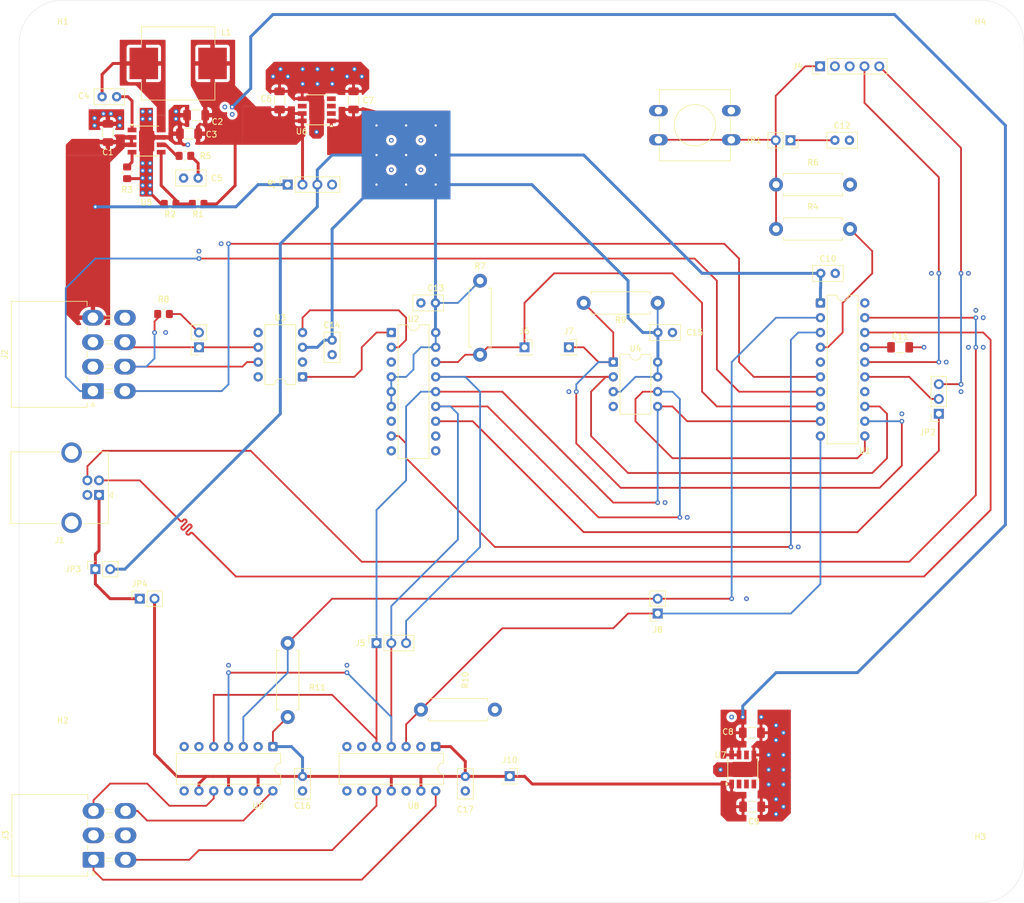
<source format=kicad_pcb>
(kicad_pcb (version 20241229) (generator "pcbnew") (generator_version "9.0")
  (layers (0 "F.Cu" signal) (4 "In1.Cu" signal) (6 "In2.Cu" signal) (2 "B.Cu" power) (13 "F.Paste" user) (15 "B.Paste" user) (5 "F.SilkS" user "F.Silkscreen") (7 "B.SilkS" user "B.Silkscreen") (1 "F.Mask" user) (3 "B.Mask" user) (25 "Edge.Cuts" user))
  (net 0 "")
  (net 1 "+12V")
  (net 2 "GND")
  (net 3 "+6.5V")
  (net 4 "Net-(U5-BST)")
  (net 5 "Net-(U5-SW)")
  (net 6 "Net-(C5-Pad2)")
  (net 7 "+5V")
  (net 8 "+5VA")
  (net 9 "Net-(U1-Vusb3v3)")
  (net 10 "Net-(JP1-A)")
  (net 12 "/USB_D+")
  (net 13 "VBUS")
  (net 15 "/USB_D-")
  (net 16 "/CAN_L")
  (net 17 "/Tach")
  (net 18 "/Speed")
  (net 19 "/CAN_H")
  (net 20 "/AN1")
  (net 21 "/AN4")
  (net 22 "/AN2")
  (net 23 "/AN3")
  (net 24 "/ICSP_~{MCLR}")
  (net 25 "/ICSP_CLK")
  (net 26 "/ICSP_DAT")
  (net 27 "/DAC1_~{CS}")
  (net 28 "/MISO")
  (net 29 "/ROM_~{CS}")
  (net 30 "/DAC2_~{CS}")
  (net 31 "/SCK")
  (net 32 "/MOSI")
  (net 33 "/CAN_~{CS}")
  (net 34 "/INT")
  (net 35 "Net-(JP5-B)")
  (net 36 "Net-(U5-FB)")
  (net 37 "Net-(U5-RT{slash}CLK)")
  (net 38 "/~{MCLR}")
  (net 39 "Net-(U5-COMP)")
  (net 41 "/CLK")
  (net 42 "/CAN_RX")
  (net 47 "/CAN_TX")
  (net 64 "/INT{slash}ICSP_CLK")
  (footprint "Connector_PinSocket_2.54mm:PinSocket_1x02_P2.54mm_Vertical" (layer "F.Cu") (at 55.88 134.62 180)
    (property "Reference" "JP5" (hide yes))
    (property "Value" "Term")
  )
  (footprint "Package_DIP:DIP-14_W7.62mm" (layer "F.Cu") (at 96.52 203.2 -90)
    (property "Reference" "U8")
    (property "Value" "MCP4912" (hide yes))
  )
  (footprint "Capacitor_THT:C_Disc_D5.0mm_W2.5mm_P2.50mm" (layer "F.Cu") (at 137.16 132.08 180)
    (property "Reference" "C15")
    (property "Value" "100n" (hide yes))
  )
  (footprint "Connector_PinSocket_2.54mm:PinSocket_1x01_P2.54mm_Vertical" (layer "F.Cu") (at 111.76 134.62)
    (property "Reference" "J6")
    (property "Value" "CAN CS")
  )
  (footprint "Connector_PinSocket_2.54mm:PinSocket_1x02_P2.54mm_Vertical" (layer "F.Cu") (at 38.1 172.72 90)
    (property "Reference" "JP3")
    (property "Value" "USB_PWR")
  )
  (footprint "Capacitor_THT:C_Disc_D5.0mm_W2.5mm_P2.50mm" (layer "F.Cu") (at 93.98 127)
    (property "Reference" "C13")
    (property "Value" "100n" (hide yes))
  )
  (footprint "Connector_PinHeader_2.54mm:PinHeader_1x05_P2.54mm_Vertical" (layer "F.Cu") (at 162.5 86.36 90)
    (property "Reference" "J4")
    (property "Value" "ICSP")
  )
  (footprint "Capacitor_THT:C_Disc_D5.0mm_W2.5mm_P2.50mm" (layer "F.Cu") (at 73.66 208.32 -90)
    (property "Reference" "C16")
    (property "Value" "100n" (hide yes))
  )
  (footprint "Connector_PinSocket_2.54mm:PinSocket_1x03_P2.54mm_Vertical" (layer "F.Cu") (at 182.88 146.035 180)
    (property "Reference" "JP2")
    (property "Value" "Prog")
  )
  (footprint "Resistor_SMD:R_0805_2012Metric_Pad1.20x1.40mm_HandSolder" (layer "F.Cu") (at 49.8 128.905 180)
    (property "Reference" "R8")
    (property "Value" "120" (hide yes))
  )
  (footprint "Resistor_SMD:R_0805_2012Metric_Pad1.20x1.40mm_HandSolder" (layer "F.Cu") (at 55.745 110)
    (property "Reference" "R1")
    (property "Value" "73k2" (hide yes))
  )
  (footprint "Connector_PinSocket_2.54mm:PinSocket_1x02_P2.54mm_Vertical" (layer "F.Cu") (at 157.42 99.06 -90)
    (property "Reference" "JP1")
    (property "Value" "~{Prog}")
  )
  (footprint "Capacitor_THT:C_Disc_D5.0mm_W2.5mm_P2.50mm" (layer "F.Cu") (at 39.255 91.585)
    (property "Reference" "C4")
    (property "Value" "100n" (hide yes))
  )
  (footprint "Capacitor_THT:C_Disc_D5.0mm_W2.5mm_P2.50mm" (layer "F.Cu") (at 165.04 99.06)
    (property "Reference" "C12")
    (property "Value" "100n" (hide yes))
  )
  (footprint "Capacitor_SMD:C_1206_3216Metric_Pad1.33x1.80mm_HandSolder" (layer "F.Cu") (at 176.2375 134.62)
    (property "Reference" "C11")
    (property "Value" "1u" (hide yes))
  )
  (footprint "Package_DIP:DIP-8_W7.62mm" (layer "F.Cu") (at 127 137.16)
    (property "Reference" "U4")
    (property "Value" "25LC160C" (hide yes))
  )
  (footprint "Resistor_THT:R_Axial_DIN0411_L9.9mm_D3.6mm_P12.70mm_Horizontal" (layer "F.Cu") (at 106.68 196.85 180)
    (property "Reference" "R10")
    (property "Value" "10k" (hide yes))
  )
  (footprint "Connector_PinSocket_2.54mm:PinSocket_1x02_P2.54mm_Vertical" (layer "F.Cu") (at 134.62 180.34 180)
    (property "Reference" "J8")
    (property "Value" "DAC CS")
  )
  (footprint "Capacitor_SMD:C_1206_3216Metric_Pad1.33x1.80mm_HandSolder" (layer "F.Cu") (at 69.715 92.22 90)
    (property "Reference" "C6")
    (property "Value" "22u" (hide yes))
  )
  (footprint "Capacitor_THT:C_Disc_D5.0mm_W2.5mm_P2.50mm" (layer "F.Cu") (at 53.245 105.555)
    (property "Reference" "C5")
    (property "Value" "100n" (hide yes))
  )
  (footprint "Resistor_SMD:R_0805_2012Metric_Pad1.20x1.40mm_HandSolder" (layer "F.Cu") (at 43.553 104.65 -90)
    (property "Reference" "R3")
    (property "Value" "50k" (hide yes))
  )
  (footprint "Button_Switch_THT:SW_PUSH-12mm" (layer "F.Cu") (at 134.76 93.98)
    (property "Reference" "SW1" (hide yes))
    (property "Value" "Reset")
  )
  (footprint "Resistor_SMD:R_0805_2012Metric_Pad1.20x1.40mm_HandSolder" (layer "F.Cu") (at 50.935 110)
    (property "Reference" "R2")
    (property "Value" "10k" (hide yes))
  )
  (footprint "Connector_Molex:Molex_Mini-Fit_Jr_5569-06A2_2x03_P4.20mm_Horizontal" (layer "F.Cu") (at 37.78 222.64 90)
    (property "Reference" "J3")
    (property "Value" "Analog")
  )
  (footprint "Resistor_THT:R_Axial_DIN0411_L9.9mm_D3.6mm_P12.70mm_Horizontal" (layer "F.Cu") (at 71.12 198.12 90)
    (property "Reference" "R11")
    (property "Value" "10k" (hide yes))
  )
  (footprint "Connector_Molex:Molex_Mini-Fit_Jr_5569-08A2_2x04_P4.20mm_Horizontal" (layer "F.Cu") (at 37.68 142.14 90)
    (property "Reference" "J2")
    (property "Value" "Conn_02x04_Top_Bottom" (hide yes))
  )
  (footprint "Capacitor_THT:C_Disc_D5.0mm_W2.5mm_P2.50mm" (layer "F.Cu") (at 78.74 135.89 90)
    (property "Reference" "C14")
    (property "Value" "100n" (hide yes))
  )
  (footprint "Resistor_SMD:R_0805_2012Metric_Pad1.20x1.40mm_HandSolder" (layer "F.Cu") (at 53.475 101.745 180)
    (property "Reference" "R5")
    (property "Value" "12k" (hide yes))
  )
  (footprint "Package_DIP:DIP-14_W7.62mm" (layer "F.Cu") (at 68.58 203.2 -90)
    (property "Reference" "U9")
    (property "Value" "MCP4912" (hide yes))
  )
  (footprint "Connector_USB:USB_B_OST_USB-B1HSxx_Horizontal" (layer "F.Cu") (at 38.735 159.98 180)
    (property "Reference" "J1")
    (property "Value" "USB_B")
  )
  (footprint "Capacitor_SMD:C_1206_3216Metric_Pad1.33x1.80mm_HandSolder" (layer "F.Cu") (at 150.7875 200.81875)
    (property "Reference" "C8")
    (property "Value" "22u" (hide yes))
  )
  (footprint "MountingHole:MountingHole_3.2mm_M3_DIN965" (layer "F.Cu") (at 32.5 202.5)
    (property "Reference" "H2")
    (property "Value" "MountingHole")
  )
  (footprint "MountingHole:MountingHole_3.2mm_M3_DIN965" (layer "F.Cu") (at 190 222.5)
    (property "Reference" "H3")
    (property "Value" "MountingHole")
  )
  (footprint "Package_SO:Diodes_SO-8EP" (layer "F.Cu") (at 149.225 207.12625 90)
    (property "Reference" "U7")
    (property "Value" "AP7375Q" (hide yes))
  )
  (footprint "MountingHole:MountingHole_3.2mm_M3_DIN965" (layer "F.Cu") (at 190 82.5)
    (property "Reference" "H4")
    (property "Value" "MountingHole")
  )
  (footprint "Connector_PinSocket_2.54mm:PinSocket_1x04_P2.54mm_Vertical" (layer "F.Cu") (at 71.12 106.68 90)
    (property "Reference" "J9")
    (property "Value" "Conn_01x04_Socket" (hide yes))
  )
  (footprint "Connector_PinSocket_2.54mm:PinSocket_1x02_P2.54mm_Vertical" (layer "F.Cu") (at 45.72 177.8 90)
    (property "Reference" "JP4")
    (property "Value" "USB_PWR" (hide yes))
  )
  (footprint "Capacitor_SMD:C_1206_3216Metric_Pad1.33x1.80mm_HandSolder" (layer "F.Cu") (at 40.251 97.808 90)
    (property "Reference" "C1")
    (property "Value" "22u" (hide yes))
  )
  (footprint "Package_DIP:DIP-20_W7.62mm" (layer "F.Cu") (at 162.56 127)
    (property "Reference" "U1")
    (property "Value" "PIC16F1459-IP" (hide yes))
  )
  (footprint "Package_SO:Diodes_SO-8EP" (layer "F.Cu") (at 46.8975 99.205)
    (property "Reference" "U5")
    (property "Value" "AP64100Q" (hide yes))
  )
  (footprint "Resistor_THT:R_Axial_DIN0411_L9.9mm_D3.6mm_P12.70mm_Horizontal" (layer "F.Cu") (at 134.62 127 180)
    (property "Reference" "R9")
    (property "Value" "10k" (hide yes))
  )
  (footprint "Inductor_SMD:L_Wuerth_WE-PD-Typ-LS_Handsoldering" (layer "F.Cu") (at 52.316 85.87)
    (property "Reference" "L1")
    (property "Value" "15u" (hide yes))
  )
  (footprint "Package_DIP:DIP-18_W7.62mm" (layer "F.Cu") (at 88.9 132.08)
    (property "Reference" "U2")
    (property "Value" "MCP2515-I/P" (hide yes))
  )
  (footprint "Capacitor_SMD:C_1206_3216Metric_Pad1.33x1.80mm_HandSolder" (layer "F.Cu") (at 54.1825 97.935)
    (property "Reference" "C3")
    (property "Value" "22u" (hide yes))
  )
  (footprint "Resistor_THT:R_Axial_DIN0411_L9.9mm_D3.6mm_P12.70mm_Horizontal" (layer "F.Cu") (at 104.14 123.19 -90)
    (property "Reference" "R7")
    (property "Value" "10k" (hide yes))
  )
  (footprint "Capacitor_THT:C_Disc_D5.0mm_W2.5mm_P2.50mm" (layer "F.Cu") (at 162.6 121.92)
    (property "Reference" "C10")
    (property "Value" "100n" (hide yes))
  )
  (footprint "Connector_PinSocket_2.54mm:PinSocket_1x01_P2.54mm_Vertical" (layer "F.Cu") (at 119.38 134.62)
    (property "Reference" "J7")
    (property "Value" "ROM CS")
  )
  (footprint "Capacitor_SMD:C_1206_3216Metric_Pad1.33x1.80mm_HandSolder" (layer "F.Cu") (at 55.4025 94.76)
    (property "Reference" "C2")
    (property "Value" "22u" (hide yes))
  )
  (footprint "Resistor_THT:R_Axial_DIN0411_L9.9mm_D3.6mm_P12.70mm_Horizontal" (layer "F.Cu") (at 167.64 106.68 180)
    (property "Reference" "R6")
    (property "Value" "10k" (hide yes))
  )
  (footprint "Capacitor_SMD:C_1206_3216Metric_Pad1.33x1.80mm_HandSolder" (layer "F.Cu") (at 150.8375 213.51875)
    (property "Reference" "C9")
    (property "Value" "22u" (hide yes))
  )
  (footprint "MountingHole:MountingHole_3.2mm_M3_DIN965" (layer "F.Cu") (at 32.5 82.5)
    (property "Reference" "H1")
    (property "Value" "MountingHole")
  )
  (footprint "Connector_PinSocket_2.54mm:PinSocket_1x01_P2.54mm_Vertical" (layer "F.Cu") (at 109.22 208.28)
    (property "Reference" "J10")
    (property "Value" "+5VA")
  )
  (footprint "Package_DIP:DIP-8_W7.62mm" (layer "F.Cu") (at 73.66 139.7 180)
    (property "Reference" "U3")
    (property "Value" "MCP2561-E-P" (hide yes))
  )
  (footprint "Capacitor_THT:C_Disc_D5.0mm_W2.5mm_P2.50mm" (layer "F.Cu") (at 101.6 208.32 -90)
    (property "Reference" "C17")
    (property "Value" "100n" (hide yes))
  )
  (footprint "Capacitor_SMD:C_1206_3216Metric_Pad1.33x1.80mm_HandSolder" (layer "F.Cu") (at 82.415 92.22 90)
    (property "Reference" "C7")
    (property "Value" "22u" (hide yes))
  )
  (footprint "Package_SO:Diodes_SO-8EP" (layer "F.Cu") (at 76.1075 93.8325 180)
    (property "Reference" "U6")
    (property "Value" "AP7375Q" (hide yes))
  )
  (footprint "Connector_PinSocket_2.54mm:PinSocket_1x03_P2.54mm_Vertical" (layer "F.Cu") (at 86.36 185.42 90)
    (property "Reference" "J5")
    (property "Value" "SPI debug")
  )
  (footprint "Resistor_THT:R_Axial_DIN0411_L9.9mm_D3.6mm_P12.70mm_Horizontal" (layer "F.Cu") (at 154.94 114.3)
    (property "Reference" "R4")
    (property "Value" "220" (hide yes))
  )
  (gr_arc (start 25 82.5) (mid 27.196699 77.196699) (end 32.5 75) (stroke (width 0.05)) (layer "Edge.Cuts"))
  (gr_arc (start 197.5 222.5) (mid 195.303301 227.803301) (end 190 230) (stroke (width 0.05)) (layer "Edge.Cuts"))
  (gr_line (start 25 230) (end 190 230) (stroke (width 0.05)) (layer "Edge.Cuts"))
  (gr_line (start 25 230) (end 25 82.5) (stroke (width 0.05)) (layer "Edge.Cuts"))
  (gr_arc (start 190 75) (mid 195.303301 77.196699) (end 197.5 82.5) (stroke (width 0.05)) (layer "Edge.Cuts"))
  (gr_line (start 32.5 75) (end 190 75) (stroke (width 0.05)) (layer "Edge.Cuts"))
  (gr_line (start 197.5 82.5) (end 197.5 222.5) (stroke (width 0.05)) (layer "Edge.Cuts"))
  (via (at 38.1 110.49) (size 0.8128) (drill 0.4) (layers "F.Cu" "B.Cu") (net 1))
  (segment (start 38.1 110.49) (end 62.23 110.49) (width 0.508) (layer "B.Cu") (net 1))
  (segment (start 62.23 110.49) (end 66.04 106.68) (width 0.508) (layer "B.Cu") (net 1))
  (segment (start 66.04 106.68) (end 71.12 106.68) (width 0.508) (layer "B.Cu") (net 1))
  (segment (start 49.395 110) (end 47.49 108.095) (width 0.508) (layer "F.Cu") (net 2))
  (segment (start 53.967 99.84) (end 53.205 99.84) (width 0.508) (layer "F.Cu") (net 2))
  (segment (start 46.125 105.65) (end 46.22 105.555) (width 0.508) (layer "F.Cu") (net 2))
  (segment (start 53.205 99.84) (end 52.62 99.255) (width 0.508) (layer "F.Cu") (net 2))
  (segment (start 52.62 99.255) (end 52.62 97.935) (width 0.508) (layer "F.Cu") (net 2))
  (segment (start 177.8 134.62) (end 180.34 134.62) (width 0.3048) (layer "F.Cu") (net 2))
  (segment (start 49.935 110) (end 49.395 110) (width 0.508) (layer "F.Cu") (net 2))
  (segment (start 43.553 105.65) (end 46.125 105.65) (width 0.508) (layer "F.Cu") (net 2))
  (via (at 156.21 204.62875) (size 0.8128) (drill 0.4) (layers "F.Cu" "B.Cu") (net 2))
  (via (at 152.4 198.12) (size 0.8128) (drill 0.4) (layers "F.Cu" "B.Cu") (net 2))
  (via (at 190.5 129.54) (size 0.8128) (drill 0.4) (layers "F.Cu" "B.Cu") (net 2))
  (via (at 119.38 142.24) (size 0.8128) (drill 0.4) (layers "F.Cu" "B.Cu") (net 2))
  (via (at 180.34 134.62) (size 0.8128) (drill 0.4) (layers "F.Cu" "B.Cu") (net 2))
  (via (at 39.489 94.506) (size 0.8128) (drill 0.4) (layers "F.Cu" "B.Cu") (net 2))
  (via (at 88.9 99.06) (size 0.8128) (drill 0.4) (layers "F.Cu" "B.Cu") (net 2))
  (via (at 47.49 108.095) (size 0.8128) (drill 0.4) (layers "F.Cu" "B.Cu") (net 2))
  (via (at 93.98 104.14) (size 0.8128) (drill 0.4) (layers "F.Cu" "B.Cu") (net 2))
  (via (at 76.22375 89.3875) (size 0.8128) (drill 0.4) (layers "F.Cu" "B.Cu") (net 2))
  (via (at 46.22 108.095) (size 0.8128) (drill 0.4) (layers "F.Cu" "B.Cu") (net 2))
  (via (at 59.69 116.84) (size 0.8128) (drill 0.4) (layers "F.Cu" "B.Cu") (net 2))
  (via (at 154.94 199.54875) (size 0.8128) (drill 0.4) (layers "F.Cu" "B.Cu") (net 2))
  (via (at 46.22 95.395) (size 0.8128) (drill 0.4) (layers "F.Cu" "B.Cu") (net 2))
  (via (at 68.60375 88.1175) (size 0.8128) (drill 0.4) (layers "F.Cu" "B.Cu") (net 2))
  (via (at 153.67 204.62875) (size 0.8128) (drill 0.4) (layers "F.Cu" "B.Cu") (net 2))
  (via (at 78.76375 86.8475) (size 0.8128) (drill 0.4) (layers "F.Cu" "B.Cu") (net 2))
  (via (at 46.22 104.285) (size 0.8128) (drill 0.4) (layers "F.Cu" "B.Cu") (net 2))
  (via (at 78.76375 89.3875) (size 0.8128) (drill 0.4) (layers "F.Cu" "B.Cu") (net 2))
  (via (at 154.94 214.78875) (size 0.8128) (drill 0.4) (layers "F.Cu" "B.Cu") (net 2))
  (via (at 51.935 94.125) (size 0.8128) (drill 0.4) (layers "F.Cu" "B.Cu") (net 2))
  (via (at 186.69 142.24) (size 0.8128) (drill 0.4) (layers "F.Cu" "B.Cu") (net 2))
  (via (at 83.84375 88.1175) (size 0.8128) (drill 0.4) (layers "F.Cu" "B.Cu") (net 2))
  (via (at 47.49 95.395) (size 0.8128) (drill 0.4) (layers "F.Cu" "B.Cu") (net 2))
  (via (at 156.21 213.51875) (size 0.8128) (drill 0.4) (layers "F.Cu" "B.Cu") (net 2))
  (via (at 73.68375 89.3875) (size 0.8128) (drill 0.4) (layers "F.Cu" "B.Cu") (net 2))
  (via (at 47.49 106.825) (size 0.8128) (drill 0.4) (layers "F.Cu" "B.Cu") (net 2))
  (via (at 154.94 212.24875) (size 0.8128) (drill 0.4) (layers "F.Cu" "B.Cu") (net 2))
  (via (at 37.965 96.538) (size 0.8128) (drill 0.4) (layers "F.Cu" "B.Cu") (net 2))
  (via (at 71.14375 88.1175) (size 0.8128) (drill 0.4) (layers "F.Cu" "B.Cu") (net 2))
  (via (at 55.88 118.11) (size 0.8128) (drill 0.4) (layers "F.Cu" "B.Cu") (net 2))
  (via (at 154.94 202.08875) (size 0.8128) (drill 0.4) (layers "F.Cu" "B.Cu") (net 2))
  (via (at 181.61 121.92) (size 0.8128) (drill 0.4) (layers "F.Cu" "B.Cu") (net 2))
  (via (at 47.49 105.555) (size 0.8128) (drill 0.4) (layers "F.Cu" "B.Cu") (net 2))
  (via (at 149.86 177.8) (size 0.8128) (drill 0.4) (layers "F.Cu" "B.Cu") (net 2))
  (via (at 93.98 99.06) (size 0.8128) (drill 0.4) (layers "F.Cu" "B.Cu") (net 2))
  (via (at 189.23 128.27) (size 0.8128) (drill 0.4) (layers "F.Cu" "B.Cu") (net 2))
  (via (at 81.28 189.23) (size 0.8128) (drill 0.4) (layers "F.Cu" "B.Cu") (net 2))
  (via (at 50.165 132.08) (size 0.8128) (drill 0.4) (layers "F.Cu" "B.Cu") (net 2))
  (via (at 158.75 168.91) (size 0.8128) (drill 0.4) (layers "F.Cu" "B.Cu") (net 2))
  (via (at 187.96 121.92) (size 0.8128) (drill 0.4) (layers "F.Cu" "B.Cu") (net 2))
  (via (at 53.967 99.84) (size 0.8128) (drill 0.4) (layers "F.Cu" "B.Cu") (net 2))
  (via (at 37.965 95.268) (size 0.8128) (drill 0.4) (layers "F.Cu" "B.Cu") (net 2))
  (via (at 153.67 209.70875) (size 0.8128) (drill 0.4) (layers "F.Cu" "B.Cu") (net 2))
  (via (at 88.9 104.14) (size 0.8128) (drill 0.4) (layers "F.Cu" "B.Cu") (net 2))
  (via (at 47.49 104.285) (size 0.8128) (drill 0.4) (layers "F.Cu" "B.Cu") (net 2))
  (via (at 184.15 137.16) (size 0.8128) (drill 0.4) (layers "F.Cu" "B.Cu") (net 2))
  (via (at 61.595 94.615) (size 0.8128) (drill 0.4) (layers "F.Cu" "B.Cu") (net 2))
  (via (at 153.67 207.16875) (size 0.8128) (drill 0.4) (layers "F.Cu" "B.Cu") (net 2))
  (via (at 147.32 198.12) (size 0.8128) (drill 0.4) (layers "F.Cu" "B.Cu") (net 2))
  (via (at 76.22375 86.8475) (size 0.8128) (drill 0.4) (layers "F.Cu" "B.Cu") (net 2))
  (via (at 156.21 200.81875) (size 0.8128) (drill 0.4) (layers "F.Cu" "B.Cu") (net 2))
  (via (at 51.935 95.395) (size 0.8128) (drill 0.4) (layers "F.Cu" "B.Cu") (net 2))
  (via (at 42.283 95.268) (size 0.8128) (drill 0.4) (layers "F.Cu" "B.Cu") (net 2))
  (via (at 46.22 106.825) (size 0.8128) (drill 0.4) (layers "F.Cu" "B.Cu") (net 2))
  (via (at 60.325 93.345) (size 0.8128) (drill 0.4) (layers "F.Cu" "B.Cu") (net 2))
  (via (at 42.283 96.538) (size 0.8128) (drill 0.4) (layers "F.Cu" "B.Cu") (net 2))
  (via (at 135.89 161.29) (size 0.8128) (drill 0.4) (layers "F.Cu" "B.Cu") (net 2))
  (via (at 156.21 207.16875) (size 0.8128) (drill 0.4) (layers "F.Cu" "B.Cu") (net 2))
  (via (at 46.22 105.555) (size 0.8128) (drill 0.4) (layers "F.Cu" "B.Cu") (net 2))
  (via (at 139.7 163.83) (size 0.8128) (drill 0.4) (layers "F.Cu" "B.Cu") (net 2))
  (via (at 82.57375 86.8475) (size 0.8128) (drill 0.4) (layers "F.Cu" "B.Cu") (net 2))
  (via (at 69.87375 86.8475) (size 0.8128) (drill 0.4) (layers "F.Cu" "B.Cu") (net 2))
  (via (at 40.759 94.506) (size 0.8128) (drill 0.4) (layers "F.Cu" "B.Cu") (net 2))
  (via (at 76.065 97.6425) (size 0.8128) (drill 0.4) (layers "F.Cu" "B.Cu") (net 2))
  (via (at 187.96 134.62) (size 0.8128) (drill 0.4) (layers "F.Cu" "B.Cu") (net 2))
  (via (at 46.22 103.015) (size 0.8128) (drill 0.4) (layers "F.Cu" "B.Cu") (net 2))
  (via (at 46.22 94.125) (size 0.8128) (drill 0.4) (layers "F.Cu" "B.Cu") (net 2))
  (via (at 60.96 189.23) (size 0.8128) (drill 0.4) (layers "F.Cu" "B.Cu") (net 2))
  (via (at 156.21 209.70875) (size 0.8128) (drill 0.4) (layers "F.Cu" "B.Cu") (net 2))
  (via (at 190.5 134.62) (size 0.8128) (drill 0.4) (layers "F.Cu" "B.Cu") (net 2))
  (via (at 47.49 103.015) (size 0.8128) (drill 0.4) (layers "F.Cu" "B.Cu") (net 2))
  (via (at 81.30375 88.1175) (size 0.8128) (drill 0.4) (layers "F.Cu" "B.Cu") (net 2))
  (via (at 73.68375 86.8475) (size 0.8128) (drill 0.4) (layers "F.Cu" "B.Cu") (net 2))
  (via (at 176.53 146.05) (size 0.8128) (drill 0.4) (layers "F.Cu" "B.Cu") (net 2))
  (via (at 145.415 207.16875) (size 0.8128) (drill 0.4) (layers "F.Cu" "B.Cu") (net 2))
  (via (at 47.49 94.125) (size 0.8128) (drill 0.4) (layers "F.Cu" "B.Cu") (net 2))
  (segment (start 60.825 97.935) (end 55.745 97.935) (width 0.508) (layer "F.Cu") (net 3))
  (segment (start 62.095 106.825) (end 62.095 99.205) (width 0.508) (layer "F.Cu") (net 3))
  (segment (start 62.095 99.205) (end 60.825 97.935) (width 0.508) (layer "F.Cu") (net 3))
  (segment (start 73.66 106.68) (end 73.66 95.7875) (width 0.508) (layer "F.Cu") (net 3))
  (segment (start 73.66 95.7875) (end 73.61 95.7375) (width 0.508) (layer "F.Cu") (net 3))
  (segment (start 56.745 110) (end 58.92 110) (width 0.508) (layer "F.Cu") (net 3))
  (segment (start 58.92 110) (end 62.095 106.825) (width 0.508) (layer "F.Cu") (net 3))
  (via (at 149.225 198.12) (size 0.8128) (drill 0.4) (layers "F.Cu" "B.Cu") (net 3))
  (via (at 61.595 93.345) (size 0.8128) (drill 0.4) (layers "F.Cu" "B.Cu") (net 3))
  (segment (start 175.26 77.47) (end 194.31 96.52) (width 0.508) (layer "B.Cu") (net 3))
  (segment (start 64.77 81.28) (end 68.58 77.47) (width 0.508) (layer "B.Cu") (net 3))
  (segment (start 194.31 96.52) (end 194.31 165.1) (width 0.508) (layer "B.Cu") (net 3))
  (segment (start 154.94 190.5) (end 149.225 196.215) (width 0.508) (layer "B.Cu") (net 3))
  (segment (start 168.91 190.5) (end 154.94 190.5) (width 0.508) (layer "B.Cu") (net 3))
  (segment (start 61.595 93.345) (end 64.77 90.17) (width 0.508) (layer "B.Cu") (net 3))
  (segment (start 64.77 90.17) (end 64.77 81.28) (width 0.508) (layer "B.Cu") (net 3))
  (segment (start 68.58 77.47) (end 175.26 77.47) (width 0.508) (layer "B.Cu") (net 3))
  (segment (start 149.225 196.215) (end 149.225 198.12) (width 0.508) (layer "B.Cu") (net 3))
  (segment (start 194.31 165.1) (end 168.91 190.5) (width 0.508) (layer "B.Cu") (net 3))
  (segment (start 44.4 97.3) (end 44.4 92.305) (width 0.508) (layer "F.Cu") (net 4))
  (segment (start 44.4 92.305) (end 43.68 91.585) (width 0.508) (layer "F.Cu") (net 4))
  (segment (start 43.68 91.585) (end 41.755 91.585) (width 0.508) (layer "F.Cu") (net 4))
  (segment (start 39.255 91.585) (end 39.255 87.755) (width 0.508) (layer "F.Cu") (net 5))
  (segment (start 41.14 85.87) (end 46.416 85.87) (width 0.508) (layer "F.Cu") (net 5))
  (segment (start 39.255 87.755) (end 41.14 85.87) (width 0.508) (layer "F.Cu") (net 5))
  (segment (start 55.745 103.015) (end 54.475 101.745) (width 0.508) (layer "F.Cu") (net 6))
  (segment (start 55.745 105.555) (end 55.745 103.015) (width 0.508) (layer "F.Cu") (net 6))
  (via (at 96.52 106.68) (size 0.8128) (drill 0.4) (layers "F.Cu" "B.Cu") (net 7))
  (via (at 96.52 101.6) (size 0.8128) (drill 0.4) (layers "F.Cu" "B.Cu") (net 7))
  (via (at 91.44 106.68) (size 0.8128) (drill 0.4) (layers "F.Cu" "B.Cu") (net 7))
  (via (at 91.44 96.52) (size 0.8128) (drill 0.4) (layers "F.Cu" "B.Cu") (net 7))
  (via (at 91.44 101.6) (size 0.8128) (drill 0.4) (layers "F.Cu" "B.Cu") (net 7))
  (via (at 86.36 106.68) (size 0.8128) (drill 0.4) (layers "F.Cu" "B.Cu") (net 7))
  (via (at 86.36 96.52) (size 0.8128) (drill 0.4) (layers "F.Cu" "B.Cu") (net 7))
  (via (at 96.52 96.52) (size 0.8128) (drill 0.4) (layers "F.Cu" "B.Cu") (net 7))
  (via (at 86.36 101.6) (size 0.8128) (drill 0.4) (layers "F.Cu" "B.Cu") (net 7))
  (segment (start 92.71 135.89) (end 93.98 134.62) (width 0.3048) (layer "B.Cu") (net 7))
  (segment (start 78.74 133.39) (end 78.74 114.3) (width 0.508) (layer "B.Cu") (net 7))
  (segment (start 113.03 106.68) (end 129.54 123.19) (width 0.508) (layer "B.Cu") (net 7))
  (segment (start 130.81 139.7) (end 128.27 142.24) (width 0.3048) (layer "B.Cu") (net 7))
  (segment (start 162.6 121.92) (end 142.24 121.92) (width 0.508) (layer "B.Cu") (net 7))
  (segment (start 88.9 139.7) (end 91.44 139.7) (width 0.3048) (layer "B.Cu") (net 7))
  (segment (start 69.85 116.84) (end 76.2 110.49) (width 0.508) (layer "B.Cu") (net 7))
  (segment (start 162.6 124.42) (end 162.6 121.92) (width 0.508) (layer "B.Cu") (net 7))
  (segment (start 92.71 138.43) (end 92.71 135.89) (width 0.3048) (layer "B.Cu") (net 7))
  (segment (start 96.52 134.62) (end 96.52 132.08) (width 0.3048) (layer "B.Cu") (net 7))
  (segment (start 96.48 106.72) (end 96.52 106.68) (width 0.508) (layer "B.Cu") (net 7))
  (segment (start 93.98 134.62) (end 96.52 134.62) (width 0.3048) (layer "B.Cu") (net 7))
  (segment (start 40.64 172.72) (end 43.18 172.72) (width 0.508) (layer "B.Cu") (net 7))
  (segment (start 129.54 123.19) (end 129.54 129.54) (width 0.508) (layer "B.Cu") (net 7))
  (segment (start 76.2 106.68) (end 76.2 104.14) (width 0.508) (layer "B.Cu") (net 7))
  (segment (start 134.62 132.04) (end 134.66 132.08) (width 0.3048) (layer "B.Cu") (net 7))
  (segment (start 104.14 123.19) (end 100.33 127) (width 0.3048) (layer "B.Cu") (net 7))
  (segment (start 134.66 137.12) (end 134.62 137.16) (width 0.508) (layer "B.Cu") (net 7))
  (segment (start 134.66 132.08) (end 134.66 137.12) (width 0.508) (layer "B.Cu") (net 7))
  (segment (start 129.54 129.54) (end 132.08 132.08) (width 0.508) (layer "B.Cu") (net 7))
  (segment (start 96.48 132.04) (end 96.52 132.08) (width 0.508) (layer "B.Cu") (net 7))
  (segment (start 134.62 139.7) (end 134.62 137.16) (width 0.3048) (layer "B.Cu") (net 7))
  (segment (start 132.08 132.08) (end 134.66 132.08) (width 0.508) (layer "B.Cu") (net 7))
  (segment (start 43.18 172.72) (end 69.85 146.05) (width 0.508) (layer "B.Cu") (net 7))
  (segment (start 121.92 101.6) (end 96.52 101.6) (width 0.508) (layer "B.Cu") (net 7))
  (segment (start 69.85 146.05) (end 69.85 116.84) (width 0.508) (layer "B.Cu") (net 7))
  (segment (start 76.2 104.14) (end 78.74 101.6) (width 0.508) (layer "B.Cu") (net 7))
  (segment (start 73.66 134.62) (end 76.2 134.62) (width 0.508) (layer "B.Cu") (net 7))
  (segment (start 96.48 127) (end 96.48 106.72) (width 0.508) (layer "B.Cu") (net 7))
  (segment (start 76.2 134.62) (end 77.43 133.39) (width 0.508) (layer "B.Cu") (net 7))
  (segment (start 100.33 127) (end 96.48 127) (width 0.3048) (layer "B.Cu") (net 7))
  (segment (start 78.74 114.3) (end 86.36 106.68) (width 0.508) (layer "B.Cu") (net 7))
  (segment (start 128.27 142.24) (end 127 142.24) (width 0.3048) (layer "B.Cu") (net 7))
  (segment (start 96.48 127) (end 96.48 132.04) (width 0.508) (layer "B.Cu") (net 7))
  (segment (start 78.74 101.6) (end 86.36 101.6) (width 0.508) (layer "B.Cu") (net 7))
  (segment (start 162.56 127) (end 162.56 124.46) (width 0.508) (layer "B.Cu") (net 7))
  (segment (start 91.44 139.7) (end 92.71 138.43) (width 0.3048) (layer "B.Cu") (net 7))
  (segment (start 88.9 144.78) (end 88.9 139.7) (width 0.3048) (layer "B.Cu") (net 7))
  (segment (start 77.43 133.39) (end 78.74 133.39) (width 0.508) (layer "B.Cu") (net 7))
  (segment (start 134.62 139.7) (end 130.81 139.7) (width 0.3048) (layer "B.Cu") (net 7))
  (segment (start 96.52 106.68) (end 113.03 106.68) (width 0.508) (layer "B.Cu") (net 7))
  (segment (start 142.24 121.92) (end 121.92 101.6) (width 0.508) (layer "B.Cu") (net 7))
  (segment (start 162.56 124.46) (end 162.6 124.42) (width 0.508) (layer "B.Cu") (net 7))
  (segment (start 76.2 110.49) (end 76.2 106.68) (width 0.508) (layer "B.Cu") (net 7))
  (segment (start 134.62 127) (end 134.62 132.04) (width 0.3048) (layer "B.Cu") (net 7))
  (segment (start 99.06 203.2) (end 96.52 203.2) (width 0.508) (layer "F.Cu") (net 8))
  (segment (start 93.98 210.82) (end 93.98 208.32) (width 0.508) (layer "F.Cu") (net 8))
  (segment (start 101.6 208.32) (end 101.6 205.74) (width 0.508) (layer "F.Cu") (net 8))
  (segment (start 71.12 198.12) (end 68.58 200.66) (width 0.3048) (layer "F.Cu") (net 8))
  (segment (start 68.58 200.66) (end 68.58 203.2) (width 0.3048) (layer "F.Cu") (net 8))
  (segment (start 66.04 210.82) (end 66.04 208.32) (width 0.508) (layer "F.Cu") (net 8))
  (segment (start 60.96 208.32) (end 58.32 208.32) (width 0.508) (layer "F.Cu") (net 8))
  (segment (start 111.76 208.28) (end 111.72 208.32) (width 0.508) (layer "F.Cu") (net 8))
  (segment (start 48.26 177.8) (end 48.26 204.47) (width 0.508) (layer "F.Cu") (net 8))
  (segment (start 93.98 208.32) (end 88.9 208.32) (width 0.508) (layer "F.Cu") (net 8))
  (segment (start 101.6 208.32) (end 93.98 208.32) (width 0.508) (layer "F.Cu") (net 8))
  (segment (start 55.88 209.55) (end 55.88 210.82) (width 0.508) (layer "F.Cu") (net 8))
  (segment (start 58.32 208.32) (end 57.11 208.32) (width 0.508) (layer "F.Cu") (net 8))
  (segment (start 52.11 208.32) (end 57.11 208.32) (width 0.508) (layer "F.Cu") (net 8))
  (segment (start 73.66 208.32) (end 66.04 208.32) (width 0.508) (layer "F.Cu") (net 8))
  (segment (start 66.04 208.32) (end 60.96 208.32) (width 0.508) (layer "F.Cu") (net 8))
  (segment (start 57.11 208.32) (end 55.88 209.55) (width 0.508) (layer "F.Cu") (net 8))
  (segment (start 147.32 209.62375) (end 113.10375 209.62375) (width 0.508) (layer "F.Cu") (net 8))
  (segment (start 60.96 210.82) (end 60.96 208.32) (width 0.508) (layer "F.Cu") (net 8))
  (segment (start 113.10375 209.62375) (end 111.76 208.28) (width 0.508) (layer "F.Cu") (net 8))
  (segment (start 88.9 210.82) (end 88.9 208.32) (width 0.508) (layer "F.Cu") (net 8))
  (segment (start 48.26 204.47) (end 52.11 208.32) (width 0.508) (layer "F.Cu") (net 8))
  (segment (start 111.72 208.32) (end 101.6 208.32) (width 0.508) (layer "F.Cu") (net 8))
  (segment (start 101.6 205.74) (end 99.06 203.2) (width 0.508) (layer "F.Cu") (net 8))
  (segment (start 88.9 208.32) (end 73.66 208.32) (width 0.508) (layer "F.Cu") (net 8))
  (segment (start 68.58 203.2) (end 71.755 203.2) (width 0.508) (layer "B.Cu") (net 8))
  (segment (start 71.755 203.2) (end 73.66 205.105) (width 0.508) (layer "B.Cu") (net 8))
  (segment (start 73.66 205.105) (end 73.66 208.32) (width 0.508) (layer "B.Cu") (net 8))
  (segment (start 170.18 134.62) (end 174.675 134.62) (width 0.3048) (layer "F.Cu") (net 9))
  (segment (start 157.42 99.06) (end 165.04 99.06) (width 0.3048) (layer "F.Cu") (net 10))
  (segment (start 36.735 155.035) (end 39.37 152.4) (width 0.3048) (layer "F.Cu") (net 12))
  (segment (start 39.37 152.4) (end 64.77 152.4) (width 0.3048) (layer "F.Cu") (net 12))
  (segment (start 177.799999 171.45) (end 189.23 160.019999) (width 0.3048) (layer "F.Cu") (net 12))
  (segment (start 83.82 171.45) (end 177.799999 171.45) (width 0.3048) (layer "F.Cu") (net 12))
  (segment (start 64.77 152.4) (end 83.82 171.45) (width 0.3048) (layer "F.Cu") (net 12))
  (segment (start 189.23 160.019999) (end 189.23 134.62) (width 0.3048) (layer "F.Cu") (net 12))
  (segment (start 170.18 129.54) (end 189.23 129.54) (width 0.3048) (layer "F.Cu") (net 12))
  (segment (start 36.735 157.48) (end 36.735 155.035) (width 0.3048) (layer "F.Cu") (net 12))
  (via (at 189.23 129.54) (size 0.8128) (drill 0.4) (layers "F.Cu" "B.Cu") (net 12))
  (via (at 189.23 134.62) (size 0.8128) (drill 0.4) (layers "F.Cu" "B.Cu") (net 12))
  (segment (start 189.23 129.54) (end 189.23 134.62) (width 0.3048) (layer "B.Cu") (net 12))
  (segment (start 38.1 170.18) (end 38.1 172.72) (width 0.508) (layer "F.Cu") (net 13))
  (segment (start 40.64 177.8) (end 45.72 177.8) (width 0.508) (layer "F.Cu") (net 13))
  (segment (start 38.1 175.26) (end 40.64 177.8) (width 0.508) (layer "F.Cu") (net 13))
  (segment (start 38.735 169.545) (end 38.1 170.18) (width 0.508) (layer "F.Cu") (net 13))
  (segment (start 38.1 172.72) (end 38.1 175.26) (width 0.508) (layer "F.Cu") (net 13))
  (segment (start 38.735 159.98) (end 38.735 169.545) (width 0.508) (layer "F.Cu") (net 13))
  (segment (start 58.469419 170.229419) (end 62.23 173.99) (width 0.3048) (layer "F.Cu") (net 15))
  (segment (start 54.170575 165.930575) (end 53.998154 166.102995) (width 0.3048) (layer "F.Cu") (net 15))
  (segment (start 62.23 173.99) (end 180.34 173.99) (width 0.3048) (layer "F.Cu") (net 15))
  (segment (start 38.735 157.48) (end 45.72 157.48) (width 0.3048) (layer "F.Cu") (net 15))
  (segment (start 53.480893 164.896052) (end 53.308472 165.068473) (width 0.3048) (layer "F.Cu") (net 15))
  (segment (start 54.564949 165.536204) (end 54.170575 165.930575) (width 0.3048) (layer "F.Cu") (net 15))
  (segment (start 54.860257 166.620257) (end 58.469419 170.229419) (width 0.3048) (layer "F.Cu") (net 15))
  (segment (start 190.5 132.08) (end 170.18 132.08) (width 0.3048) (layer "F.Cu") (net 15))
  (segment (start 191.77 133.35) (end 190.5 132.08) (width 0.3048) (layer "F.Cu") (net 15))
  (segment (start 54.207269 166.755984) (end 54.429205 166.534047) (width 0.3048) (layer "F.Cu") (net 15))
  (segment (start 180.34 173.99) (end 191.77 162.56) (width 0.3048) (layer "F.Cu") (net 15))
  (segment (start 53.049842 164.465001) (end 53.271777 164.243063) (width 0.3048) (layer "F.Cu") (net 15))
  (segment (start 53.616619 164.243063) (end 53.702829 164.329273) (width 0.3048) (layer "F.Cu") (net 15))
  (segment (start 54.774047 166.534047) (end 54.860257 166.620257) (width 0.3048) (layer "F.Cu") (net 15))
  (segment (start 52.914117 165.80767) (end 53.000327 165.89388) (width 0.3048) (layer "F.Cu") (net 15))
  (segment (start 53.308473 165.068473) (end 52.914117 165.462828) (width 0.3048) (layer "F.Cu") (net 15))
  (segment (start 54.478739 165.105152) (end 54.564949 165.191362) (width 0.3048) (layer "F.Cu") (net 15))
  (segment (start 53.702829 164.674115) (end 53.480893 164.896052) (width 0.3048) (layer "F.Cu") (net 15))
  (segment (start 53.308472 165.068473) (end 53.308473 165.068473) (width 0.3048) (layer "F.Cu") (net 15))
  (segment (start 53.345169 165.89388) (end 53.739524 165.499524) (width 0.3048) (layer "F.Cu") (net 15))
  (segment (start 53.739524 165.499524) (end 54.133895 165.10515) (width 0.3048) (layer "F.Cu") (net 15))
  (segment (start 53.776217 166.669774) (end 53.862427 166.755984) (width 0.3048) (layer "F.Cu") (net 15))
  (segment (start 45.72 157.48) (end 52.705 164.465) (width 0.3048) (layer "F.Cu") (net 15))
  (segment (start 191.77 162.56) (end 191.77 133.35) (width 0.3048) (layer "F.Cu") (net 15))
  (segment (start 53.998154 166.102995) (end 53.776217 166.324932) (width 0.3048) (layer "F.Cu") (net 15))
  (arc (start 54.564949 165.191362) (mid 54.636368 165.363783) (end 54.564949 165.536204) (width 0.3048) (layer "F.Cu") (net 15))
  (arc (start 53.000327 165.89388) (mid 53.172748 165.965299) (end 53.345169 165.89388) (width 0.3048) (layer "F.Cu") (net 15))
  (arc (start 54.429205 166.534047) (mid 54.601626 166.462628) (end 54.774047 166.534047) (width 0.3048) (layer "F.Cu") (net 15))
  (arc (start 53.702829 164.329273) (mid 53.774248 164.501694) (end 53.702829 164.674115) (width 0.3048) (layer "F.Cu") (net 15))
  (arc (start 53.862427 166.755984) (mid 54.034848 166.827403) (end 54.207269 166.755984) (width 0.3048) (layer "F.Cu") (net 15))
  (arc (start 53.271777 164.243063) (mid 53.444198 164.171644) (end 53.616619 164.243063) (width 0.3048) (layer "F.Cu") (net 15))
  (arc (start 53.776217 166.324932) (mid 53.704798 166.497353) (end 53.776217 166.669774) (width 0.3048) (layer "F.Cu") (net 15))
  (arc (start 52.914117 165.462828) (mid 52.842698 165.635249) (end 52.914117 165.80767) (width 0.3048) (layer "F.Cu") (net 15))
  (arc (start 54.133895 165.10515) (mid 54.306318 165.033733) (end 54.478739 165.105152) (width 0.3048) (layer "F.Cu") (net 15))
  (arc (start 52.705 164.465) (mid 52.877422 164.536419) (end 53.049842 164.465001) (width 0.3048) (layer "F.Cu") (net 15))
  (segment (start 44.06 134.62) (end 43.18 133.74) (width 0.3048) (layer "F.Cu") (net 16))
  (segment (start 66.04 134.62) (end 44.06 134.62) (width 0.3048) (layer "F.Cu") (net 16))
  (segment (start 144.78 123.19) (end 140.97 119.38) (width 0.3048) (layer "F.Cu") (net 17))
  (segment (start 140.97 119.38) (end 55.88 119.38) (width 0.3048) (layer "F.Cu") (net 17))
  (segment (start 144.78 138.43) (end 144.78 123.19) (width 0.3048) (layer "F.Cu") (net 17))
  (segment (start 162.56 142.24) (end 148.59 142.24) (width 0.3048) (layer "F.Cu") (net 17))
  (segment (start 148.59 142.24) (end 144.78 138.43) (width 0.3048) (layer "F.Cu") (net 17))
  (via (at 55.88 119.38) (size 0.8128) (drill 0.4) (layers "F.Cu" "B.Cu") (net 17))
  (segment (start 55.88 119.38) (end 38.1 119.38) (width 0.3048) (layer "B.Cu") (net 17))
  (segment (start 35.46 142.14) (end 37.68 142.14) (width 0.3048) (layer "B.Cu") (net 17))
  (segment (start 33.02 139.7) (end 35.46 142.14) (width 0.3048) (layer "B.Cu") (net 17))
  (segment (start 33.02 124.46) (end 33.02 139.7) (width 0.3048) (layer "B.Cu") (net 17))
  (segment (start 38.1 119.38) (end 33.02 124.46) (width 0.3048) (layer "B.Cu") (net 17))
  (segment (start 148.59 119.379999) (end 148.59 137.16) (width 0.3048) (layer "F.Cu") (net 18))
  (segment (start 148.59 137.16) (end 151.13 139.7) (width 0.3048) (layer "F.Cu") (net 18))
  (segment (start 60.96 116.84) (end 146.050001 116.84) (width 0.3048) (layer "F.Cu") (net 18))
  (segment (start 151.13 139.7) (end 162.56 139.7) (width 0.3048) (layer "F.Cu") (net 18))
  (segment (start 146.050001 116.84) (end 148.59 119.379999) (width 0.3048) (layer "F.Cu") (net 18))
  (via (at 60.96 116.84) (size 0.8128) (drill 0.4) (layers "F.Cu" "B.Cu") (net 18))
  (segment (start 60.96 140.97) (end 60.96 116.84) (width 0.3048) (layer "B.Cu") (net 18))
  (segment (start 59.79 142.14) (end 60.96 140.97) (width 0.3048) (layer "B.Cu") (net 18))
  (segment (start 43.18 142.14) (end 59.79 142.14) (width 0.3048) (layer "B.Cu") (net 18))
  (segment (start 48.8 129.635) (end 48.26 130.175) (width 0.3048) (layer "F.Cu") (net 19))
  (segment (start 66.04 137.16) (end 64.135 137.16) (width 0.3048) (layer "F.Cu") (net 19))
  (segment (start 48.8 128.905) (end 48.8 129.635) (width 0.3048) (layer "F.Cu") (net 19))
  (segment (start 48.26 130.175) (end 48.26 132.08) (width 0.3048) (layer "F.Cu") (net 19))
  (segment (start 64.135 137.16) (end 63.355 137.94) (width 0.3048) (layer "F.Cu") (net 19))
  (segment (start 63.355 137.94) (end 43.18 137.94) (width 0.3048) (layer "F.Cu") (net 19))
  (via (at 48.26 132.08) (size 0.8128) (drill 0.4) (layers "F.Cu" "B.Cu") (net 19))
  (segment (start 48.26 132.08) (end 48.26 136.525) (width 0.3048) (layer "B.Cu") (net 19))
  (segment (start 46.845 137.94) (end 43.18 137.94) (width 0.3048) (layer "B.Cu") (net 19))
  (segment (start 48.26 136.525) (end 46.845 137.94) (width 0.3048) (layer "B.Cu") (net 19))
  (segment (start 39.37 226.06) (end 37.78 224.47) (width 0.3048) (layer "F.Cu") (net 20))
  (segment (start 83.82 226.06) (end 39.37 226.06) (width 0.3048) (layer "F.Cu") (net 20))
  (segment (start 96.52 210.82) (end 96.52 213.36) (width 0.3048) (layer "F.Cu") (net 20))
  (segment (start 96.52 213.36) (end 83.82 226.06) (width 0.3048) (layer "F.Cu") (net 20))
  (segment (start 37.78 224.47) (end 37.78 222.64) (width 0.3048) (layer "F.Cu") (net 20))
  (segment (start 37.78 212.41) (end 37.78 214.24) (width 0.3048) (layer "F.Cu") (net 21))
  (segment (start 40.64 209.55) (end 37.78 212.41) (width 0.3048) (layer "F.Cu") (net 21))
  (segment (start 46.99 209.55) (end 40.64 209.55) (width 0.3048) (layer "F.Cu") (net 21))
  (segment (start 58.42 210.82) (end 58.42 212.09) (width 0.3048) (layer "F.Cu") (net 21))
  (segment (start 57.15 213.36) (end 50.8 213.36) (width 0.3048) (layer "F.Cu") (net 21))
  (segment (start 58.42 212.09) (end 57.15 213.36) (width 0.3048) (layer "F.Cu") (net 21))
  (segment (start 50.8 213.36) (end 46.99 209.55) (width 0.3048) (layer "F.Cu") (net 21))
  (segment (start 54.22 222.64) (end 43.28 222.64) (width 0.3048) (layer "F.Cu") (net 22))
  (segment (start 55.88 220.98) (end 54.22 222.64) (width 0.3048) (layer "F.Cu") (net 22))
  (segment (start 78.74 220.98) (end 55.88 220.98) (width 0.3048) (layer "F.Cu") (net 22))
  (segment (start 86.36 210.82) (end 86.36 213.36) (width 0.3048) (layer "F.Cu") (net 22))
  (segment (start 86.36 213.36) (end 78.74 220.98) (width 0.3048) (layer "F.Cu") (net 22))
  (segment (start 68.58 210.82) (end 63.5 215.9) (width 0.3048) (layer "F.Cu") (net 23))
  (segment (start 63.5 215.9) (end 46.99 215.9) (width 0.3048) (layer "F.Cu") (net 23))
  (segment (start 46.99 215.9) (end 45.33 214.24) (width 0.3048) (layer "F.Cu") (net 23))
  (segment (start 45.33 214.24) (end 43.28 214.24) (width 0.3048) (layer "F.Cu") (net 23))
  (segment (start 134.76 98.98) (end 154.8 98.98) (width 0.3048) (layer "F.Cu") (net 24))
  (segment (start 159.96 86.36) (end 162.5 86.36) (width 0.3048) (layer "F.Cu") (net 24))
  (segment (start 154.88 99.06) (end 154.88 91.44) (width 0.3048) (layer "F.Cu") (net 24))
  (segment (start 154.88 91.44) (end 159.96 86.36) (width 0.3048) (layer "F.Cu") (net 24))
  (segment (start 154.8 98.98) (end 154.88 99.06) (width 0.3048) (layer "F.Cu") (net 24))
  (segment (start 154.94 99.12) (end 154.88 99.06) (width 0.3048) (layer "F.Cu") (net 24))
  (segment (start 154.94 114.3) (end 154.94 99.12) (width 0.3048) (layer "F.Cu") (net 24))
  (segment (start 186.69 100.39) (end 172.66 86.36) (width 0.3048) (layer "F.Cu") (net 25))
  (segment (start 182.88 140.955) (end 186.675 140.955) (width 0.3048) (layer "F.Cu") (net 25))
  (segment (start 186.675 140.955) (end 186.69 140.97) (width 0.3048) (layer "F.Cu") (net 25))
  (segment (start 186.69 121.92) (end 186.69 100.39) (width 0.3048) (layer "F.Cu") (net 25))
  (via (at 186.69 121.92) (size 0.8128) (drill 0.4) (layers "F.Cu" "B.Cu") (net 25))
  (via (at 186.69 140.97) (size 0.8128) (drill 0.4) (layers "F.Cu" "B.Cu") (net 25))
  (segment (start 186.69 140.97) (end 186.69 121.92) (width 0.3048) (layer "B.Cu") (net 25))
  (segment (start 170.18 137.16) (end 182.88 137.16) (width 0.3048) (layer "F.Cu") (net 26))
  (segment (start 182.88 121.92) (end 182.88 105.41) (width 0.3048) (layer "F.Cu") (net 26))
  (segment (start 182.88 105.41) (end 170.12 92.65) (width 0.3048) (layer "F.Cu") (net 26))
  (segment (start 170.12 92.65) (end 170.12 86.36) (width 0.3048) (layer "F.Cu") (net 26))
  (via (at 182.88 137.16) (size 0.8128) (drill 0.4) (layers "F.Cu" "B.Cu") (net 26))
  (via (at 182.88 121.92) (size 0.8128) (drill 0.4) (layers "F.Cu" "B.Cu") (net 26))
  (segment (start 182.88 137.16) (end 182.88 121.92) (width 0.3048) (layer "B.Cu") (net 26))
  (segment (start 129.54 180.34) (end 127 182.88) (width 0.3048) (layer "F.Cu") (net 27))
  (segment (start 107.95 182.88) (end 93.98 196.85) (width 0.3048) (layer "F.Cu") (net 27))
  (segment (start 93.98 196.85) (end 91.44 199.39) (width 0.3048) (layer "F.Cu") (net 27))
  (segment (start 127 182.88) (end 107.95 182.88) (width 0.3048) (layer "F.Cu") (net 27))
  (segment (start 91.44 199.39) (end 91.44 203.2) (width 0.3048) (layer "F.Cu") (net 27))
  (segment (start 134.62 180.34) (end 129.54 180.34) (width 0.3048) (layer "F.Cu") (net 27))
  (segment (start 162.56 175.26) (end 157.48 180.34) (width 0.3048) (layer "B.Cu") (net 27))
  (segment (start 162.56 149.86) (end 162.56 175.26) (width 0.3048) (layer "B.Cu") (net 27))
  (segment (start 157.48 180.34) (end 134.62 180.34) (width 0.3048) (layer "B.Cu") (net 27))
  (segment (start 171.45 156.21) (end 129.54 156.21) (width 0.3048) (layer "F.Cu") (net 28))
  (segment (start 127 139.7) (end 96.52 139.7) (width 0.3048) (layer "F.Cu") (net 28))
  (segment (start 173.99 146.05) (end 173.99 153.67) (width 0.3048) (layer "F.Cu") (net 28))
  (segment (start 123.19 149.86) (end 123.19 142.24) (width 0.3048) (layer "F.Cu") (net 28))
  (segment (start 173.99 153.67) (end 171.45 156.21) (width 0.3048) (layer "F.Cu") (net 28))
  (segment (start 129.54 156.21) (end 123.19 149.86) (width 0.3048) (layer "F.Cu") (net 28))
  (segment (start 170.18 144.78) (end 172.72 144.78) (width 0.3048) (layer "F.Cu") (net 28))
  (segment (start 172.72 144.78) (end 173.99 146.05) (width 0.3048) (layer "F.Cu") (net 28))
  (segment (start 123.19 142.24) (end 125.73 139.7) (width 0.3048) (layer "F.Cu") (net 28))
  (segment (start 125.73 139.7) (end 127 139.7) (width 0.3048) (layer "F.Cu") (net 28))
  (segment (start 104.14 142.24) (end 104.14 168.91) (width 0.3048) (layer "B.Cu") (net 28))
  (segment (start 96.52 139.7) (end 101.6 139.7) (width 0.3048) (layer "B.Cu") (net 28))
  (segment (start 104.14 168.91) (end 91.44 181.61) (width 0.3048) (layer "B.Cu") (net 28))
  (segment (start 91.44 181.61) (end 91.44 185.42) (width 0.3048) (layer "B.Cu") (net 28))
  (segment (start 101.6 139.7) (end 104.14 142.24) (width 0.3048) (layer "B.Cu") (net 28))
  (segment (start 120.65 151.13) (end 120.65 142.24) (width 0.3048) (layer "F.Cu") (net 29))
  (segment (start 176.53 147.32) (end 176.53 154.94) (width 0.3048) (layer "F.Cu") (net 29))
  (segment (start 128.27 158.75) (end 120.65 151.13) (width 0.3048) (layer "F.Cu") (net 29))
  (segment (start 127 137.16) (end 127 132.08) (width 0.3048) (layer "F.Cu") (net 29))
  (segment (start 124.46 137.16) (end 121.92 134.62) (width 0.3048) (layer "F.Cu") (net 29))
  (segment (start 127 137.16) (end 124.46 137.16) (width 0.3048) (layer "F.Cu") (net 29))
  (segment (start 121.92 134.62) (end 119.38 134.62) (width 0.3048) (layer "F.Cu") (net 29))
  (segment (start 176.53 154.94) (end 172.72 158.75) (width 0.3048) (layer "F.Cu") (net 29))
  (segment (start 172.72 158.75) (end 128.27 158.75) (width 0.3048) (layer "F.Cu") (net 29))
  (segment (start 127 132.08) (end 121.92 127) (width 0.3048) (layer "F.Cu") (net 29))
  (via (at 120.65 142.24) (size 0.8128) (drill 0.4) (layers "F.Cu" "B.Cu") (net 29))
  (via (at 176.53 147.32) (size 0.8128) (drill 0.4) (layers "F.Cu" "B.Cu") (net 29))
  (segment (start 170.18 147.32) (end 176.53 147.32) (width 0.3048) (layer "B.Cu") (net 29))
  (segment (start 120.65 140.97) (end 124.46 137.16) (width 0.3048) (layer "B.Cu") (net 29))
  (segment (start 120.65 142.24) (end 120.65 140.97) (width 0.3048) (layer "B.Cu") (net 29))
  (segment (start 124.46 137.16) (end 127 137.16) (width 0.3048) (layer "B.Cu") (net 29))
  (segment (start 147.32 177.8) (end 78.74 177.8) (width 0.3048) (layer "F.Cu") (net 30))
  (segment (start 78.74 177.8) (end 71.12 185.42) (width 0.3048) (layer "F.Cu") (net 30))
  (via (at 147.32 177.8) (size 0.8128) (drill 0.4) (layers "F.Cu" "B.Cu") (net 30))
  (segment (start 147.32 137.16) (end 154.94 129.54) (width 0.3048) (layer "B.Cu") (net 30))
  (segment (start 63.5 198.12) (end 71.12 190.5) (width 0.3048) (layer "B.Cu") (net 30))
  (segment (start 63.5 203.2) (end 63.5 198.12) (width 0.3048) (layer "B.Cu") (net 30))
  (segment (start 71.12 190.5) (end 71.12 185.42) (width 0.3048) (layer "B.Cu") (net 30))
  (segment (start 147.32 177.8) (end 147.32 137.16) (width 0.3048) (layer "B.Cu") (net 30))
  (segment (start 154.94 129.54) (end 162.56 129.54) (width 0.3048) (layer "B.Cu") (net 30))
  (segment (start 170.18 149.86) (end 170.18 152.4) (width 0.3048) (layer "F.Cu") (net 31))
  (segment (start 88.9 185.42) (end 88.9 203.2) (width 0.3048) (layer "F.Cu") (net 31))
  (segment (start 138.43 163.83) (end 124.46 163.83) (width 0.3048) (layer "F.Cu") (net 31))
  (segment (start 168.91 153.67) (end 137.16 153.67) (width 0.3048) (layer "F.Cu") (net 31))
  (segment (start 124.46 163.83) (end 105.41 144.78) (width 0.3048) (layer "F.Cu") (net 31))
  (segment (start 137.16 153.67) (end 130.81 147.32) (width 0.3048) (layer "F.Cu") (net 31))
  (segment (start 105.41 144.78) (end 96.52 144.78) (width 0.3048) (layer "F.Cu") (net 31))
  (segment (start 132.08 142.24) (end 134.62 142.24) (width 0.3048) (layer "F.Cu") (net 31))
  (segment (start 130.81 143.51) (end 132.08 142.24) (width 0.3048) (layer "F.Cu") (net 31))
  (segment (start 130.81 147.32) (end 130.81 143.51) (width 0.3048) (layer "F.Cu") (net 31))
  (segment (start 170.18 152.4) (end 168.91 153.67) (width 0.3048) (layer "F.Cu") (net 31))
  (segment (start 60.96 190.5) (end 81.28 190.5) (width 0.3048) (layer "F.Cu") (net 31))
  (via (at 60.96 190.5) (size 0.8128) (drill 0.4) (layers "F.Cu" "B.Cu") (net 31))
  (via (at 81.28 190.5) (size 0.8128) (drill 0.4) (layers "F.Cu" "B.Cu") (net 31))
  (via (at 138.43 163.83) (size 0.8128) (drill 0.4) (layers "F.Cu" "B.Cu") (net 31))
  (segment (start 88.9 198.12) (end 81.28 190.5) (width 0.3048) (layer "B.Cu") (net 31))
  (segment (start 60.96 203.2) (end 60.96 190.5) (width 0.3048) (layer "B.Cu") (net 31))
  (segment (start 99.06 144.78) (end 100.33 146.05) (width 0.3048) (layer "B.Cu") (net 31))
  (segment (start 137.16 142.24) (end 138.43 143.51) (width 0.3048) (layer "B.Cu") (net 31))
  (segment (start 100.33 146.05) (end 100.33 167.64) (width 0.3048) (layer "B.Cu") (net 31))
  (segment (start 138.43 143.51) (end 138.43 163.83) (width 0.3048) (layer "B.Cu") (net 31))
  (segment (start 96.52 144.78) (end 99.06 144.78) (width 0.3048) (layer "B.Cu") (net 31))
  (segment (start 134.62 142.24) (end 137.16 142.24) (width 0.3048) (layer "B.Cu") (net 31))
  (segment (start 88.9 203.2) (end 88.9 198.12) (width 0.3048) (layer "B.Cu") (net 31))
  (segment (start 100.33 167.64) (end 88.9 179.07) (width 0.3048) (layer "B.Cu") (net 31))
  (segment (start 88.9 179.07) (end 88.9 185.42) (width 0.3048) (layer "B.Cu") (net 31))
  (segment (start 86.36 203.2) (end 86.36 201.93) (width 0.3048) (layer "F.Cu") (net 32))
  (segment (start 58.42 194.31) (end 58.42 203.2) (width 0.3048) (layer "F.Cu") (net 32))
  (segment (start 78.74 194.31) (end 58.42 194.31) (width 0.3048) (layer "F.Cu") (net 32))
  (segment (start 86.36 201.93) (end 78.74 194.31) (width 0.3048) (layer "F.Cu") (net 32))
  (segment (start 137.16 144.78) (end 139.7 147.32) (width 0.3048) (layer "F.Cu") (net 32))
  (segment (start 107.95 142.24) (end 96.52 142.24) (width 0.3048) (layer "F.Cu") (net 32))
  (segment (start 127 161.29) (end 107.95 142.24) (width 0.3048) (layer "F.Cu") (net 32))
  (segment (start 139.7 147.32) (end 162.56 147.32) (width 0.3048) (layer "F.Cu") (net 32))
  (segment (start 86.36 185.42) (end 86.36 203.2) (width 0.3048) (layer "F.Cu") (net 32))
  (segment (start 134.62 144.78) (end 137.16 144.78) (width 0.3048) (layer "F.Cu") (net 32))
  (segment (start 134.62 161.29) (end 127 161.29) (width 0.3048) (layer "F.Cu") (net 32))
  (via (at 134.62 161.29) (size 0.8128) (drill 0.4) (layers "F.Cu" "B.Cu") (net 32))
  (segment (start 134.62 161.29) (end 134.62 144.78) (width 0.3048) (layer "B.Cu") (net 32))
  (segment (start 96.52 142.24) (end 93.98 142.24) (width 0.3048) (layer "B.Cu") (net 32))
  (segment (start 91.44 157.48) (end 86.36 162.56) (width 0.3048) (layer "B.Cu") (net 32))
  (segment (start 93.98 142.24) (end 91.44 144.78) (width 0.3048) (layer "B.Cu") (net 32))
  (segment (start 86.36 162.56) (end 86.36 185.42) (width 0.3048) (layer "B.Cu") (net 32))
  (segment (start 91.44 144.78) (end 91.44 157.48) (width 0.3048) (layer "B.Cu") (net 32))
  (segment (start 111.76 127) (end 111.76 134.62) (width 0.3048) (layer "F.Cu") (net 33))
  (segment (start 111.76 134.62) (end 105.41 134.62) (width 0.3048) (layer "F.Cu") (net 33))
  (segment (start 144.78 144.78) (end 142.24 142.24) (width 0.3048) (layer "F.Cu") (net 33))
  (segment (start 101.6 135.89) (end 104.14 135.89) (width 0.3048) (layer "F.Cu") (net 33))
  (segment (start 96.52 137.16) (end 100.33 137.16) (width 0.3048) (layer "F.Cu") (net 33))
  (segment (start 142.24 127) (end 137.16 121.92) (width 0.3048) (layer "F.Cu") (net 33))
  (segment (start 105.41 134.62) (end 104.14 135.89) (width 0.3048) (layer "F.Cu") (net 33))
  (segment (start 162.56 144.78) (end 144.78 144.78) (width 0.3048) (layer "F.Cu") (net 33))
  (segment (start 116.84 121.92) (end 111.76 127) (width 0.3048) (layer "F.Cu") (net 33))
  (segment (start 137.16 121.92) (end 116.84 121.92) (width 0.3048) (layer "F.Cu") (net 33))
  (segment (start 142.24 142.24) (end 142.24 127) (width 0.3048) (layer "F.Cu") (net 33))
  (segment (start 100.33 137.16) (end 101.6 135.89) (width 0.3048) (layer "F.Cu") (net 33))
  (segment (start 102.87 147.32) (end 121.92 166.37) (width 0.3048) (layer "F.Cu") (net 34))
  (segment (start 168.91 166.37) (end 182.88 152.4) (width 0.3048) (layer "F.Cu") (net 34))
  (segment (start 96.52 147.32) (end 102.87 147.32) (width 0.3048) (layer "F.Cu") (net 34))
  (segment (start 182.88 152.4) (end 182.88 146.035) (width 0.3048) (layer "F.Cu") (net 34))
  (segment (start 121.92 166.37) (end 168.91 166.37) (width 0.3048) (layer "F.Cu") (net 34))
  (segment (start 50.8 128.905) (end 52.705 128.905) (width 0.3048) (layer "F.Cu") (net 35))
  (segment (start 52.705 128.905) (end 55.88 132.08) (width 0.3048) (layer "F.Cu") (net 35))
  (segment (start 49.395 106.825) (end 51.935 109.365) (width 0.508) (layer "F.Cu") (net 36))
  (segment (start 51.935 110) (end 54.745 110) (width 0.508) (layer "F.Cu") (net 36))
  (segment (start 49.395 101.11) (end 49.395 106.825) (width 0.508) (layer "F.Cu") (net 36))
  (segment (start 51.935 109.365) (end 51.935 110) (width 0.508) (layer "F.Cu") (net 36))
  (segment (start 44.4 102.803) (end 43.553 103.65) (width 0.508) (layer "F.Cu") (net 37))
  (segment (start 44.4 101.11) (end 44.4 102.803) (width 0.508) (layer "F.Cu") (net 37))
  (segment (start 166.37 127) (end 171.45 121.92) (width 0.3048) (layer "F.Cu") (net 38))
  (segment (start 162.56 134.62) (end 163.83 134.62) (width 0.3048) (layer "F.Cu") (net 38))
  (segment (start 166.37 132.08) (end 166.37 127) (width 0.3048) (layer "F.Cu") (net 38))
  (segment (start 171.45 121.92) (end 171.45 118.11) (width 0.3048) (layer "F.Cu") (net 38))
  (segment (start 171.45 118.11) (end 167.64 114.3) (width 0.3048) (layer "F.Cu") (net 38))
  (segment (start 163.83 134.62) (end 166.37 132.08) (width 0.3048) (layer "F.Cu") (net 38))
  (segment (start 50.157 99.84) (end 52.062 101.745) (width 0.508) (layer "F.Cu") (net 39))
  (segment (start 52.062 101.745) (end 52.475 101.745) (width 0.508) (layer "F.Cu") (net 39))
  (segment (start 49.395 99.84) (end 50.157 99.84) (width 0.508) (layer "F.Cu") (net 39))
  (segment (start 90.17 149.86) (end 88.9 149.86) (width 0.3048) (layer "F.Cu") (net 41))
  (segment (start 91.44 153.67) (end 91.44 151.13) (width 0.3048) (layer "F.Cu") (net 41))
  (segment (start 157.48 168.91) (end 106.68 168.91) (width 0.3048) (layer "F.Cu") (net 41))
  (segment (start 106.68 168.91) (end 91.44 153.67) (width 0.3048) (layer "F.Cu") (net 41))
  (segment (start 91.44 151.13) (end 90.17 149.86) (width 0.3048) (layer "F.Cu") (net 41))
  (via (at 157.48 168.91) (size 0.8128) (drill 0.4) (layers "F.Cu" "B.Cu") (net 41))
  (segment (start 157.48 168.91) (end 157.48 133.35) (width 0.3048) (layer "B.Cu") (net 41))
  (segment (start 157.48 133.35) (end 158.75 132.08) (width 0.3048) (layer "B.Cu") (net 41))
  (segment (start 158.75 132.08) (end 162.56 132.08) (width 0.3048) (layer "B.Cu") (net 41))
  (segment (start 73.66 129.54) (end 74.93 128.27) (width 0.3048) (layer "F.Cu") (net 42))
  (segment (start 73.66 132.08) (end 73.66 129.54) (width 0.3048) (layer "F.Cu") (net 42))
  (segment (start 74.93 128.27) (end 90.17 128.27) (width 0.3048) (layer "F.Cu") (net 42))
  (segment (start 90.17 134.62) (end 88.9 134.62) (width 0.3048) (layer "F.Cu") (net 42))
  (segment (start 91.44 133.35) (end 90.17 134.62) (width 0.3048) (layer "F.Cu") (net 42))
  (segment (start 90.17 128.27) (end 91.44 129.54) (width 0.3048) (layer "F.Cu") (net 42))
  (segment (start 91.44 129.54) (end 91.44 133.35) (width 0.3048) (layer "F.Cu") (net 42))
  (segment (start 73.66 139.7) (end 82.55 139.7) (width 0.3048) (layer "F.Cu") (net 47))
  (segment (start 86.36 132.08) (end 88.9 132.08) (width 0.3048) (layer "F.Cu") (net 47))
  (segment (start 82.55 139.7) (end 83.82 138.43) (width 0.3048) (layer "F.Cu") (net 47))
  (segment (start 83.82 134.62) (end 86.36 132.08) (width 0.3048) (layer "F.Cu") (net 47))
  (segment (start 83.82 138.43) (end 83.82 134.62) (width 0.3048) (layer "F.Cu") (net 47))
  (segment (start 170.18 139.7) (end 177.8 139.7) (width 0.3048) (layer "F.Cu") (net 64))
  (segment (start 181.61 143.51) (end 181.625 143.495) (width 0.3048) (layer "F.Cu") (net 64))
  (segment (start 181.625 143.495) (end 182.88 143.495) (width 0.3048) (layer "F.Cu") (net 64))
  (segment (start 177.8 139.7) (end 181.61 143.51) (width 0.3048) (layer "F.Cu") (net 64))
  (zone (net 1) (net_name "+12V") (layer "F.Cu") (priority 11) (connect_pads (clearance 0.508)) (min_thickness 0.254) (fill yes (thermal_gap 0.508) (thermal_bridge_width 0.762))
    (polygon (pts (xy 33.02 128.905) (xy 34.925 130.81) (xy 40.64 130.81) (xy 40.64 101.6) (xy 33.02 101.6)))
  )
  (zone (net 7) (net_name "+5V") (layer "F.Cu") (priority 9) (connect_pads (clearance 0.5)) (min_thickness 0.25) (fill yes (thermal_gap 0.508) (thermal_bridge_width 0.508) (island_removal_mode 1) (island_area_min 9.999998))
    (polygon (pts (xy 83.82 93.3245) (xy 86.36 93.98) (xy 99.06 93.98) (xy 99.06 109.22) (xy 83.82 109.22) (xy 83.82 101.6) (xy 77.87475 101.6) (xy 77.87475 95.2295) (xy 79.77975 95.2295) (xy 79.77975 93.3245)))
  )
  (zone (net 2) (net_name "GND") (layer "F.Cu") (priority 7) (connect_pads yes (clearance 0.5)) (min_thickness 0.25) (fill yes (thermal_gap 0.508) (thermal_bridge_width 0.762) (island_removal_mode 1) (island_area_min 9.999999))
    (polygon (pts (xy 144.145 207.80375) (xy 144.78 208.43875) (xy 154.94 208.43875) (xy 154.94 203.35875) (xy 150.495 203.35875) (xy 150.495 205.89875) (xy 144.78 205.89875) (xy 144.145 206.53375)))
  )
  (zone (net 5) (net_name "Net-(U5-SW)") (layer "F.Cu") (priority 4) (connect_pads (clearance 0.5)) (min_thickness 0.25) (fill yes (thermal_gap 0.508) (thermal_bridge_width 0.762) (island_removal_mode 1) (island_area_min 9.999999))
    (polygon (pts (xy 48.633 94.76) (xy 48.633 93.372769) (xy 45.077 89.68) (xy 42.283 89.68) (xy 42.283 81.806) (xy 50.157 81.806) (xy 50.157 94.76)))
  )
  (zone (net 2) (net_name "GND") (layer "F.Cu") (priority 8) (connect_pads (clearance 0.5)) (min_thickness 0.25) (fill yes (thermal_gap 0.508) (thermal_bridge_width 0.508) (island_removal_mode 1) (island_area_min 9.999999))
    (polygon (pts (xy 84.042188 91.2925) (xy 85.11375 90.220938) (xy 85.11375 87.00625) (xy 83.685 85.5775) (xy 68.7625 85.5775) (xy 67.33375 87.00625) (xy 67.33375 90.34) (xy 68.28625 91.2925) (xy 71.14375 91.2925) (xy 72.41375 92.5625) (xy 74.31875 92.5625) (xy 74.31875 91.2925)))
  )
  (zone (net 2) (net_name "GND") (layer "F.Cu") (connect_pads (clearance 0.5)) (min_thickness 0.25) (fill yes (thermal_gap 0.508) (thermal_bridge_width 0.762) (island_removal_mode 1) (island_area_min 9.999999))
    (polygon (pts (xy 36.949 97.3) (xy 36.949 93.744) (xy 43.045 93.744) (xy 43.045 97.3)))
  )
  (zone (net 2) (net_name "GND") (layer "F.Cu") (priority 7) (connect_pads yes (clearance 0.5)) (min_thickness 0.25) (fill yes (thermal_gap 0.508) (thermal_bridge_width 0.762) (island_removal_mode 1) (island_area_min 9.999999))
    (polygon (pts (xy 76.7 98.7855) (xy 77.335 98.1505) (xy 77.335 87.9905) (xy 72.255 87.9905) (xy 72.255 92.4355) (xy 74.795 92.4355) (xy 74.795 98.1505) (xy 75.43 98.7855)))
  )
  (zone (net 3) (net_name "+6.5V") (layer "F.Cu") (priority 10) (connect_pads (clearance 0.5)) (min_thickness 0.25) (fill yes (thermal_gap 0.508) (thermal_bridge_width 0.508) (island_removal_mode 1) (island_area_min 9.999999))
    (polygon (pts (xy 63.365 93.236) (xy 72.509 93.236) (xy 72.509 93.744) (xy 74.16 93.744) (xy 74.16 98.316) (xy 72.636 99.84) (xy 63.365 99.84)))
  )
  (zone (net 2) (net_name "GND") (layer "F.Cu") (priority 2) (connect_pads (clearance 0.5)) (min_thickness 0.25) (fill yes (thermal_gap 0.508) (thermal_bridge_width 0.762))
    (polygon (pts (xy 48.887 98.062) (xy 50.2205 98.062) (xy 50.665 97.6175) (xy 50.665 93.9345) (xy 51.6175 92.982) (xy 54.221 92.982) (xy 54.221 96.792) (xy 53.205 96.792) (xy 53.205 99.459) (xy 52.824 99.84) (xy 51.681 99.84) (xy 50.665 99.078) (xy 48.887 99.078)))
  )
  (zone (net 2) (net_name "GND") (layer "F.Cu") (priority 8) (connect_pads (clearance 0.5)) (min_thickness 0.25) (fill yes (thermal_gap 0.508) (thermal_bridge_width 0.508) (island_removal_mode 1) (island_area_min 9.999999))
    (polygon (pts (xy 151.765 216.05875) (xy 156.05125 216.05875) (xy 157.48 214.63) (xy 157.48 196.85) (xy 151.765 196.85) (xy 151.765 202.08875) (xy 150.495 203.35875) (xy 150.495 205.26375) (xy 151.765 205.26375)))
  )
  (zone (net 5) (net_name "Net-(U5-SW)") (layer "F.Cu") (priority 3) (connect_pads yes (clearance 0.5)) (min_thickness 0.25) (fill yes (thermal_gap 0.508) (thermal_bridge_width 0.762) (island_removal_mode 1) (island_area_min 9.999999))
    (polygon (pts (xy 48.633 97.808) (xy 50.157 97.808) (xy 50.157 93.49) (xy 48.633 93.49)))
  )
  (zone (net 3) (net_name "+6.5V") (layer "F.Cu") (priority 5) (connect_pads (clearance 0.5)) (min_thickness 0.25) (fill yes (thermal_gap 0.508) (thermal_bridge_width 0.762) (island_removal_mode 1) (island_area_min 9.999999))
    (polygon (pts (xy 55.237 99.84) (xy 55.237 96.792) (xy 56.507 95.522) (xy 56.507 93.453714) (xy 54.475 89.68) (xy 54.475 81.806) (xy 62.095 81.806) (xy 62.095 89.68) (xy 65.651 93.236) (xy 65.651 99.84)))
  )
  (zone (net 2) (net_name "GND") (layer "F.Cu") (priority 1) (connect_pads yes (clearance 0.5)) (min_thickness 0.25) (fill yes (thermal_gap 0.3048) (thermal_bridge_width 0.762))
    (polygon (pts (xy 45.712 93.49) (xy 45.712 108.73) (xy 47.998 108.73) (xy 47.998 99.586) (xy 48.379 99.078) (xy 50.284 99.078) (xy 50.284 98.062) (xy 48.379 98.062) (xy 47.998 97.4905) (xy 47.998 93.49)))
  )
  (zone (net 3) (net_name "+6.5V") (layer "F.Cu") (priority 10) (connect_pads (clearance 0.5)) (min_thickness 0.25) (fill yes (thermal_gap 0.508) (thermal_bridge_width 0.508) (island_removal_mode 1) (island_area_min 9.999999))
    (polygon (pts (xy 149.86 196.85) (xy 149.86 203.35875) (xy 149.225 203.35875) (xy 149.225 205.26375) (xy 145.415 205.26375) (xy 145.415 196.85)))
  )
  (zone (net 1) (net_name "+12V") (layer "F.Cu") (priority 6) (connect_pads (clearance 0.5)) (min_thickness 0.25) (fill yes (thermal_gap 0.508) (thermal_bridge_width 0.762) (island_removal_mode 1) (island_area_min 9.999999))
    (polygon (pts (xy 33.02 99.8355) (xy 34.0315 98.824) (xy 40.250999 98.824) (xy 41.520998 98.062) (xy 44.568999 98.062) (xy 44.568999 100.348) (xy 43.18 100.348) (xy 40.64 102.87) (xy 33.019999 102.87)))
  )
  (zone (net 8) (net_name "+5VA") (layer "F.Cu") (priority 9) (connect_pads (clearance 0.5)) (min_thickness 0.25) (fill yes (thermal_gap 0.508) (thermal_bridge_width 0.508) (island_removal_mode 1) (island_area_min 9.999999))
    (polygon (pts (xy 149.86 216.05875) (xy 146.52625 216.05875) (xy 145.415 214.9475) (xy 145.415 209.07375) (xy 147.955 209.07375) (xy 147.955 210.97875) (xy 149.86 210.97875)))
  )
  (zone (net 7) (net_name "+5V") (layer "B.Cu") (priority 14) (connect_pads (clearance 0.508)) (min_thickness 0.25) (fill yes (thermal_gap 0.508) (thermal_bridge_width 0.508))
    (polygon (pts (xy 83.82 93.98) (xy 99.06 93.98) (xy 99.06 109.22) (xy 83.82 109.22)))
  )
)
</source>
